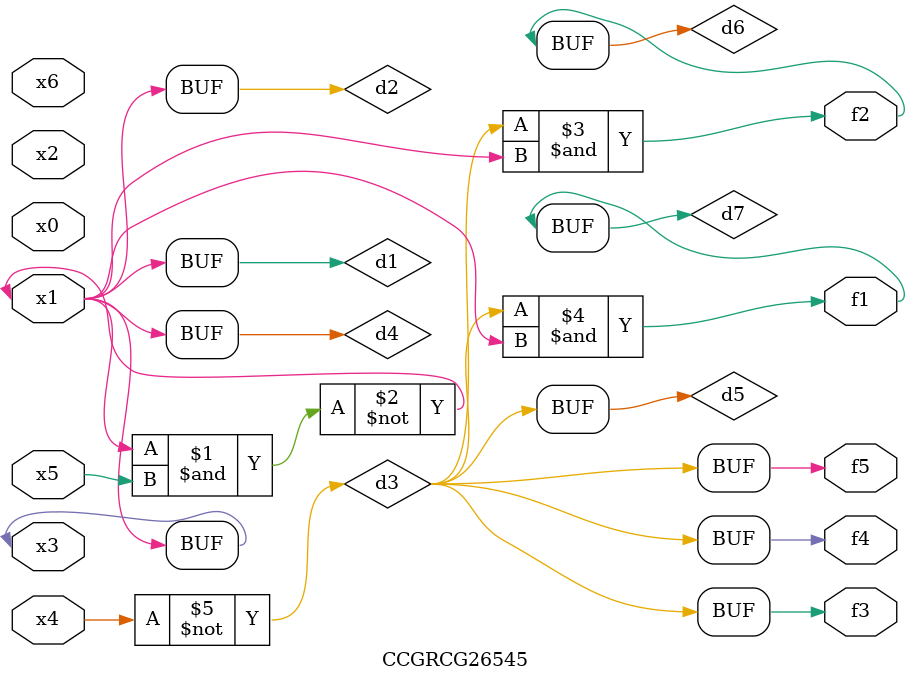
<source format=v>
module CCGRCG26545(
	input x0, x1, x2, x3, x4, x5, x6,
	output f1, f2, f3, f4, f5
);

	wire d1, d2, d3, d4, d5, d6, d7;

	buf (d1, x1, x3);
	nand (d2, x1, x5);
	not (d3, x4);
	buf (d4, d1, d2);
	buf (d5, d3);
	and (d6, d3, d4);
	and (d7, d3, d4);
	assign f1 = d7;
	assign f2 = d6;
	assign f3 = d5;
	assign f4 = d5;
	assign f5 = d5;
endmodule

</source>
